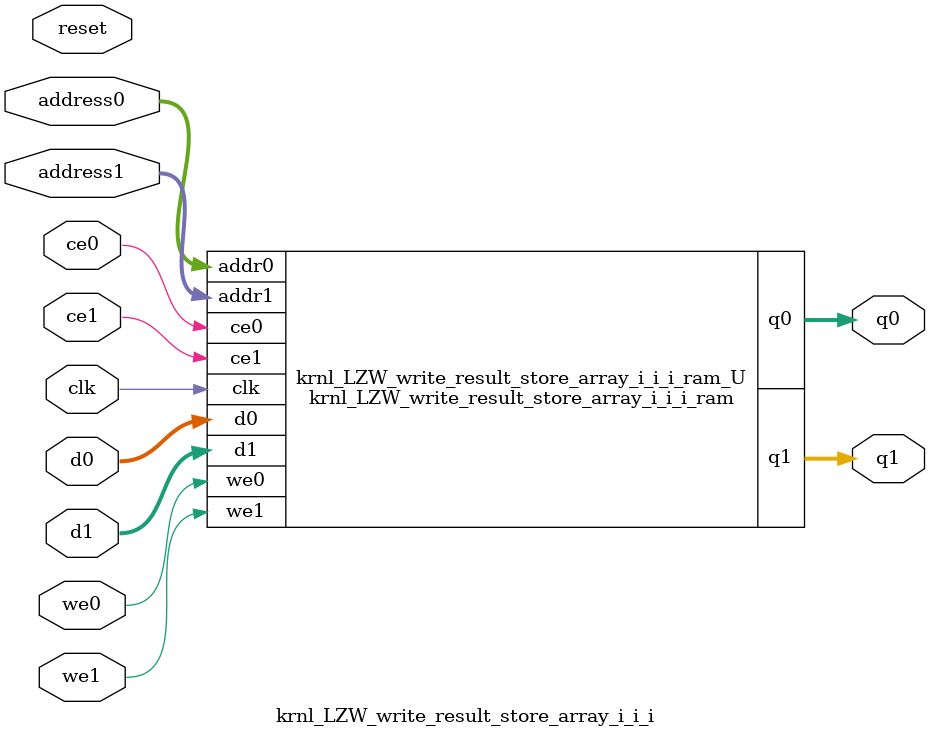
<source format=v>
`timescale 1 ns / 1 ps
module krnl_LZW_write_result_store_array_i_i_i_ram (addr0, ce0, d0, we0, q0, addr1, ce1, d1, we1, q1,  clk);

parameter DWIDTH = 16;
parameter AWIDTH = 12;
parameter MEM_SIZE = 4096;

input[AWIDTH-1:0] addr0;
input ce0;
input[DWIDTH-1:0] d0;
input we0;
output reg[DWIDTH-1:0] q0;
input[AWIDTH-1:0] addr1;
input ce1;
input[DWIDTH-1:0] d1;
input we1;
output reg[DWIDTH-1:0] q1;
input clk;

reg [DWIDTH-1:0] ram[0:MEM_SIZE-1];




always @(posedge clk)  
begin 
    if (ce0) begin
        if (we0) 
            ram[addr0] <= d0; 
        q0 <= ram[addr0];
    end
end


always @(posedge clk)  
begin 
    if (ce1) begin
        if (we1) 
            ram[addr1] <= d1; 
        q1 <= ram[addr1];
    end
end


endmodule

`timescale 1 ns / 1 ps
module krnl_LZW_write_result_store_array_i_i_i(
    reset,
    clk,
    address0,
    ce0,
    we0,
    d0,
    q0,
    address1,
    ce1,
    we1,
    d1,
    q1);

parameter DataWidth = 32'd16;
parameter AddressRange = 32'd4096;
parameter AddressWidth = 32'd12;
input reset;
input clk;
input[AddressWidth - 1:0] address0;
input ce0;
input we0;
input[DataWidth - 1:0] d0;
output[DataWidth - 1:0] q0;
input[AddressWidth - 1:0] address1;
input ce1;
input we1;
input[DataWidth - 1:0] d1;
output[DataWidth - 1:0] q1;



krnl_LZW_write_result_store_array_i_i_i_ram krnl_LZW_write_result_store_array_i_i_i_ram_U(
    .clk( clk ),
    .addr0( address0 ),
    .ce0( ce0 ),
    .we0( we0 ),
    .d0( d0 ),
    .q0( q0 ),
    .addr1( address1 ),
    .ce1( ce1 ),
    .we1( we1 ),
    .d1( d1 ),
    .q1( q1 ));

endmodule


</source>
